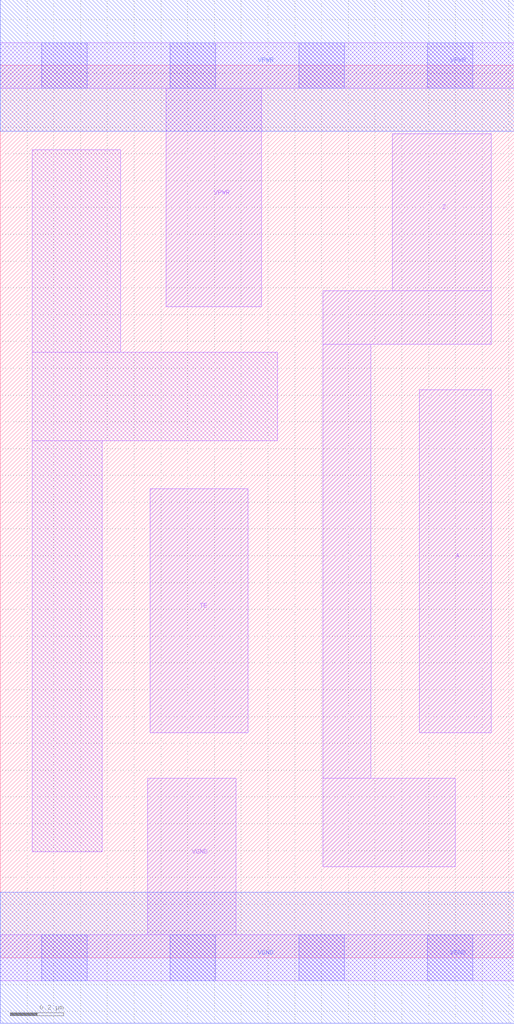
<source format=lef>
# Copyright 2020 The SkyWater PDK Authors
#
# Licensed under the Apache License, Version 2.0 (the "License");
# you may not use this file except in compliance with the License.
# You may obtain a copy of the License at
#
#     https://www.apache.org/licenses/LICENSE-2.0
#
# Unless required by applicable law or agreed to in writing, software
# distributed under the License is distributed on an "AS IS" BASIS,
# WITHOUT WARRANTIES OR CONDITIONS OF ANY KIND, either express or implied.
# See the License for the specific language governing permissions and
# limitations under the License.
#
# SPDX-License-Identifier: Apache-2.0

VERSION 5.7 ;
  NAMESCASESENSITIVE ON ;
  NOWIREEXTENSIONATPIN ON ;
  DIVIDERCHAR "/" ;
  BUSBITCHARS "[]" ;
UNITS
  DATABASE MICRONS 200 ;
END UNITS
MACRO sky130_fd_sc_lp__einvp_0
  CLASS CORE ;
  SOURCE USER ;
  FOREIGN sky130_fd_sc_lp__einvp_0 ;
  ORIGIN  0.000000  0.000000 ;
  SIZE  1.920000 BY  3.330000 ;
  SYMMETRY X Y R90 ;
  SITE unit ;
  PIN A
    ANTENNAGATEAREA  0.159000 ;
    DIRECTION INPUT ;
    USE SIGNAL ;
    PORT
      LAYER li1 ;
        RECT 1.565000 0.840000 1.835000 2.120000 ;
    END
  END A
  PIN TE
    ANTENNAGATEAREA  0.189000 ;
    DIRECTION INPUT ;
    USE SIGNAL ;
    PORT
      LAYER li1 ;
        RECT 0.560000 0.840000 0.925000 1.750000 ;
    END
  END TE
  PIN Z
    ANTENNADIFFAREA  0.293700 ;
    DIRECTION OUTPUT ;
    USE SIGNAL ;
    PORT
      LAYER li1 ;
        RECT 1.205000 0.340000 1.700000 0.670000 ;
        RECT 1.205000 0.670000 1.385000 2.290000 ;
        RECT 1.205000 2.290000 1.835000 2.490000 ;
        RECT 1.465000 2.490000 1.835000 3.075000 ;
    END
  END Z
  PIN VGND
    DIRECTION INOUT ;
    USE GROUND ;
    PORT
      LAYER li1 ;
        RECT 0.000000 -0.085000 1.920000 0.085000 ;
        RECT 0.550000  0.085000 0.880000 0.670000 ;
      LAYER mcon ;
        RECT 0.155000 -0.085000 0.325000 0.085000 ;
        RECT 0.635000 -0.085000 0.805000 0.085000 ;
        RECT 1.115000 -0.085000 1.285000 0.085000 ;
        RECT 1.595000 -0.085000 1.765000 0.085000 ;
      LAYER met1 ;
        RECT 0.000000 -0.245000 1.920000 0.245000 ;
    END
  END VGND
  PIN VPWR
    DIRECTION INOUT ;
    USE POWER ;
    PORT
      LAYER li1 ;
        RECT 0.000000 3.245000 1.920000 3.415000 ;
        RECT 0.620000 2.430000 0.975000 3.245000 ;
      LAYER mcon ;
        RECT 0.155000 3.245000 0.325000 3.415000 ;
        RECT 0.635000 3.245000 0.805000 3.415000 ;
        RECT 1.115000 3.245000 1.285000 3.415000 ;
        RECT 1.595000 3.245000 1.765000 3.415000 ;
      LAYER met1 ;
        RECT 0.000000 3.085000 1.920000 3.575000 ;
    END
  END VPWR
  OBS
    LAYER li1 ;
      RECT 0.120000 0.395000 0.380000 1.930000 ;
      RECT 0.120000 1.930000 1.035000 2.260000 ;
      RECT 0.120000 2.260000 0.450000 3.015000 ;
  END
END sky130_fd_sc_lp__einvp_0

</source>
